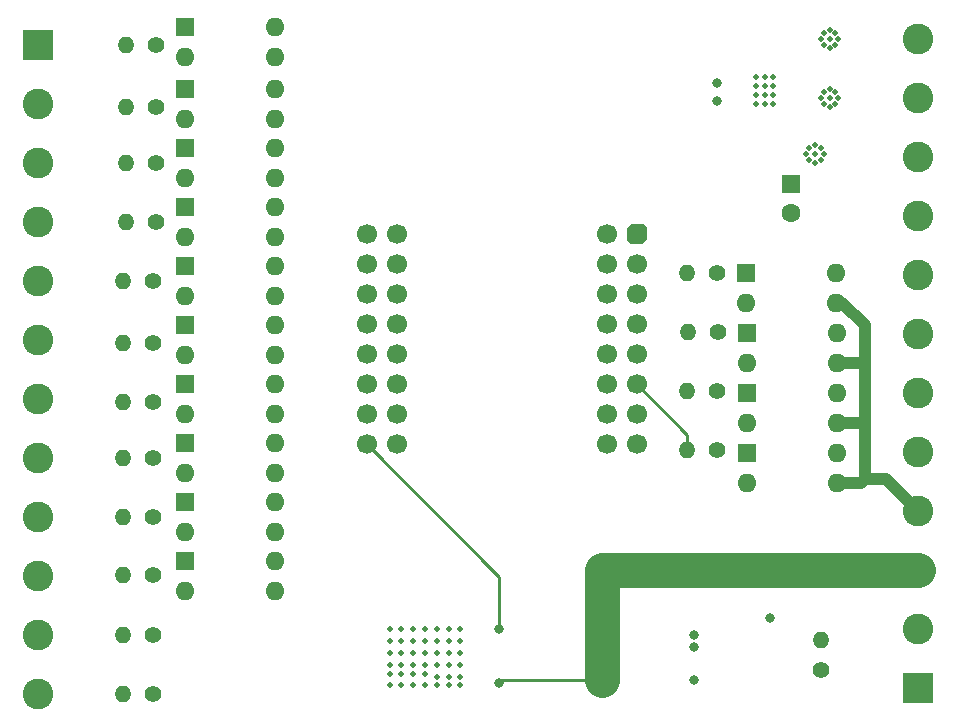
<source format=gbr>
%TF.GenerationSoftware,KiCad,Pcbnew,7.0.6*%
%TF.CreationDate,2023-09-04T23:14:40+02:00*%
%TF.ProjectId,ESP32RIO,45535033-3252-4494-9f2e-6b696361645f,rev?*%
%TF.SameCoordinates,Original*%
%TF.FileFunction,Copper,L3,Inr*%
%TF.FilePolarity,Positive*%
%FSLAX46Y46*%
G04 Gerber Fmt 4.6, Leading zero omitted, Abs format (unit mm)*
G04 Created by KiCad (PCBNEW 7.0.6) date 2023-09-04 23:14:40*
%MOMM*%
%LPD*%
G01*
G04 APERTURE LIST*
G04 Aperture macros list*
%AMFreePoly0*
4,1,19,-0.850000,0.255000,-0.829726,0.408997,-0.770285,0.552500,-0.675729,0.675729,-0.552500,0.770285,-0.408997,0.829726,-0.255000,0.850000,0.510000,0.850000,0.850000,0.510000,0.850000,-0.255000,0.829726,-0.408997,0.770285,-0.552500,0.675729,-0.675729,0.552500,-0.770285,0.408997,-0.829726,0.255000,-0.850000,-0.510000,-0.850000,-0.850000,-0.510000,-0.850000,0.255000,-0.850000,0.255000,
$1*%
G04 Aperture macros list end*
%TA.AperFunction,ComponentPad*%
%ADD10C,1.600000*%
%TD*%
%TA.AperFunction,ComponentPad*%
%ADD11R,1.600000X1.600000*%
%TD*%
%TA.AperFunction,ComponentPad*%
%ADD12O,1.600000X1.600000*%
%TD*%
%TA.AperFunction,ComponentPad*%
%ADD13C,1.400000*%
%TD*%
%TA.AperFunction,ComponentPad*%
%ADD14O,1.400000X1.400000*%
%TD*%
%TA.AperFunction,ComponentPad*%
%ADD15R,2.600000X2.600000*%
%TD*%
%TA.AperFunction,ComponentPad*%
%ADD16C,2.600000*%
%TD*%
%TA.AperFunction,ComponentPad*%
%ADD17FreePoly0,180.000000*%
%TD*%
%TA.AperFunction,ComponentPad*%
%ADD18C,1.700000*%
%TD*%
%TA.AperFunction,ViaPad*%
%ADD19C,0.500000*%
%TD*%
%TA.AperFunction,ViaPad*%
%ADD20C,0.800000*%
%TD*%
%TA.AperFunction,Conductor*%
%ADD21C,1.000000*%
%TD*%
%TA.AperFunction,Conductor*%
%ADD22C,0.250000*%
%TD*%
%TA.AperFunction,Conductor*%
%ADD23C,3.000000*%
%TD*%
G04 APERTURE END LIST*
D10*
%TO.N,GND*%
%TO.C,C4*%
X173250000Y-72000000D03*
D11*
%TO.N,Net-(J1-Pin_10)*%
X173250000Y-69500000D03*
%TD*%
%TO.N,Net-(R8-Pad1)*%
%TO.C,U8*%
X121950000Y-91475000D03*
D12*
%TO.N,GND*%
X121950000Y-94015000D03*
X129570000Y-94015000D03*
%TO.N,Net-(U11-GPIO33)*%
X129570000Y-91475000D03*
%TD*%
D11*
%TO.N,Net-(R4-Pad1)*%
%TO.C,U4*%
X121950000Y-71475000D03*
D12*
%TO.N,GND*%
X121950000Y-74015000D03*
X129570000Y-74015000D03*
%TO.N,Net-(U11-GPIO37)*%
X129570000Y-71475000D03*
%TD*%
D13*
%TO.N,Net-(R7-Pad1)*%
%TO.C,R7*%
X119220000Y-88000000D03*
D14*
%TO.N,Net-(J2-Pin_7)*%
X116680000Y-88000000D03*
%TD*%
D13*
%TO.N,Net-(R3-Pad1)*%
%TO.C,R3*%
X119470000Y-67750000D03*
D14*
%TO.N,Net-(J2-Pin_3)*%
X116930000Y-67750000D03*
%TD*%
D11*
%TO.N,Net-(R1-Pad1)*%
%TO.C,U1*%
X121950000Y-56225000D03*
D12*
%TO.N,GND*%
X121950000Y-58765000D03*
X129570000Y-58765000D03*
%TO.N,Net-(U11-GPIO40)*%
X129570000Y-56225000D03*
%TD*%
D13*
%TO.N,Net-(R11-Pad1)*%
%TO.C,R11*%
X167002032Y-77102460D03*
D14*
%TO.N,Net-(U11-GPIO8)*%
X164462032Y-77102460D03*
%TD*%
D11*
%TO.N,Net-(R10-Pad1)*%
%TO.C,U10*%
X121950000Y-101475000D03*
D12*
%TO.N,GND*%
X121950000Y-104015000D03*
X129570000Y-104015000D03*
%TO.N,Net-(U11-GPIO18)*%
X129570000Y-101475000D03*
%TD*%
D11*
%TO.N,Net-(R13-Pad1)*%
%TO.C,U14*%
X169482032Y-87234126D03*
D12*
%TO.N,GND*%
X169482032Y-89774126D03*
%TO.N,Net-(J1-Pin_4)*%
X177102032Y-89774126D03*
%TO.N,Net-(J1-Pin_6)*%
X177102032Y-87234126D03*
%TD*%
D11*
%TO.N,Net-(R14-Pad1)*%
%TO.C,U16*%
X169482032Y-92327459D03*
D12*
%TO.N,GND*%
X169482032Y-94867459D03*
%TO.N,Net-(J1-Pin_4)*%
X177102032Y-94867459D03*
%TO.N,Net-(J1-Pin_5)*%
X177102032Y-92327459D03*
%TD*%
D13*
%TO.N,Net-(R13-Pad1)*%
%TO.C,R13*%
X167002032Y-87102460D03*
D14*
%TO.N,Net-(U11-GPIO10)*%
X164462032Y-87102460D03*
%TD*%
D13*
%TO.N,Net-(J1-Pin_1)*%
%TO.C,R15*%
X175750000Y-110720000D03*
D14*
%TO.N,Net-(J1-Pin_2)*%
X175750000Y-108180000D03*
%TD*%
D13*
%TO.N,Net-(R6-Pad1)*%
%TO.C,R6*%
X119220000Y-83000000D03*
D14*
%TO.N,Net-(J2-Pin_6)*%
X116680000Y-83000000D03*
%TD*%
D11*
%TO.N,Net-(R9-Pad1)*%
%TO.C,U9*%
X121950000Y-96475000D03*
D12*
%TO.N,GND*%
X121950000Y-99015000D03*
X129570000Y-99015000D03*
%TO.N,Net-(U11-GPIO21)*%
X129570000Y-96475000D03*
%TD*%
D13*
%TO.N,Net-(R4-Pad1)*%
%TO.C,R4*%
X119470000Y-72750000D03*
D14*
%TO.N,Net-(J2-Pin_4)*%
X116930000Y-72750000D03*
%TD*%
D13*
%TO.N,Net-(R12-Pad1)*%
%TO.C,R12*%
X167032032Y-82102460D03*
D14*
%TO.N,Net-(U11-GPIO9)*%
X164492032Y-82102460D03*
%TD*%
D13*
%TO.N,Net-(R9-Pad1)*%
%TO.C,R9*%
X119220000Y-97750000D03*
D14*
%TO.N,Net-(J2-Pin_9)*%
X116680000Y-97750000D03*
%TD*%
D13*
%TO.N,Net-(R1-Pad1)*%
%TO.C,R1*%
X119470000Y-57750000D03*
D14*
%TO.N,Net-(J2-Pin_1)*%
X116930000Y-57750000D03*
%TD*%
D13*
%TO.N,Net-(R10-Pad1)*%
%TO.C,R10*%
X119220000Y-102669888D03*
D14*
%TO.N,Net-(J2-Pin_10)*%
X116680000Y-102669888D03*
%TD*%
D13*
%TO.N,Net-(R8-Pad1)*%
%TO.C,R8*%
X119220000Y-92750000D03*
D14*
%TO.N,Net-(J2-Pin_8)*%
X116680000Y-92750000D03*
%TD*%
D11*
%TO.N,Net-(R11-Pad1)*%
%TO.C,U12*%
X169462032Y-77047460D03*
D12*
%TO.N,GND*%
X169462032Y-79587460D03*
%TO.N,Net-(J1-Pin_4)*%
X177082032Y-79587460D03*
%TO.N,Net-(J1-Pin_8)*%
X177082032Y-77047460D03*
%TD*%
D15*
%TO.N,Net-(J1-Pin_1)*%
%TO.C,J1*%
X184000000Y-112250000D03*
D16*
%TO.N,Net-(J1-Pin_2)*%
X184000000Y-107250000D03*
%TO.N,+24V*%
X184000000Y-102250000D03*
%TO.N,Net-(J1-Pin_4)*%
X184000000Y-97250000D03*
%TO.N,Net-(J1-Pin_5)*%
X184000000Y-92250000D03*
%TO.N,Net-(J1-Pin_6)*%
X184000000Y-87250000D03*
%TO.N,Net-(J1-Pin_7)*%
X184000000Y-82250000D03*
%TO.N,Net-(J1-Pin_8)*%
X184000000Y-77250000D03*
%TO.N,GND*%
X184000000Y-72250000D03*
%TO.N,Net-(J1-Pin_10)*%
X184000000Y-67250000D03*
%TO.N,Net-(J1-Pin_11)*%
X184000000Y-62250000D03*
%TO.N,Net-(J1-Pin_12)*%
X184000000Y-57250000D03*
%TD*%
D13*
%TO.N,GND*%
%TO.C,R17*%
X119220000Y-107750000D03*
D14*
%TO.N,Net-(J2-Pin_11)*%
X116680000Y-107750000D03*
%TD*%
D13*
%TO.N,Net-(R2-Pad1)*%
%TO.C,R2*%
X119470000Y-63000000D03*
D14*
%TO.N,Net-(J2-Pin_2)*%
X116930000Y-63000000D03*
%TD*%
D13*
%TO.N,GND*%
%TO.C,R16*%
X119220000Y-112750000D03*
D14*
%TO.N,Net-(J2-Pin_12)*%
X116680000Y-112750000D03*
%TD*%
D11*
%TO.N,Net-(R3-Pad1)*%
%TO.C,U3*%
X121950000Y-66475000D03*
D12*
%TO.N,GND*%
X121950000Y-69015000D03*
X129570000Y-69015000D03*
%TO.N,Net-(U11-GPIO38)*%
X129570000Y-66475000D03*
%TD*%
D11*
%TO.N,Net-(R12-Pad1)*%
%TO.C,U13*%
X169482032Y-82140793D03*
D12*
%TO.N,GND*%
X169482032Y-84680793D03*
%TO.N,Net-(J1-Pin_4)*%
X177102032Y-84680793D03*
%TO.N,Net-(J1-Pin_7)*%
X177102032Y-82140793D03*
%TD*%
D11*
%TO.N,Net-(R7-Pad1)*%
%TO.C,U7*%
X121950000Y-86475000D03*
D12*
%TO.N,GND*%
X121950000Y-89015000D03*
X129570000Y-89015000D03*
%TO.N,Net-(U11-GPIO34)*%
X129570000Y-86475000D03*
%TD*%
D13*
%TO.N,Net-(R5-Pad1)*%
%TO.C,R5*%
X119220000Y-77750000D03*
D14*
%TO.N,Net-(J2-Pin_5)*%
X116680000Y-77750000D03*
%TD*%
D11*
%TO.N,Net-(R5-Pad1)*%
%TO.C,U5*%
X121950000Y-76475000D03*
D12*
%TO.N,GND*%
X121950000Y-79015000D03*
X129570000Y-79015000D03*
%TO.N,Net-(U11-GPIO36)*%
X129570000Y-76475000D03*
%TD*%
D11*
%TO.N,Net-(R6-Pad1)*%
%TO.C,U6*%
X121950000Y-81475000D03*
D12*
%TO.N,GND*%
X121950000Y-84015000D03*
X129570000Y-84015000D03*
%TO.N,Net-(U11-GPIO35)*%
X129570000Y-81475000D03*
%TD*%
D13*
%TO.N,Net-(R14-Pad1)*%
%TO.C,R14*%
X167002032Y-92102460D03*
D14*
%TO.N,Net-(U11-GPIO11)*%
X164462032Y-92102460D03*
%TD*%
D11*
%TO.N,Net-(R2-Pad1)*%
%TO.C,U2*%
X121950000Y-61475000D03*
D12*
%TO.N,GND*%
X121950000Y-64015000D03*
X129570000Y-64015000D03*
%TO.N,Net-(U11-GPIO39)*%
X129570000Y-61475000D03*
%TD*%
D15*
%TO.N,Net-(J2-Pin_1)*%
%TO.C,J2*%
X109500000Y-57750000D03*
D16*
%TO.N,Net-(J2-Pin_2)*%
X109500000Y-62750000D03*
%TO.N,Net-(J2-Pin_3)*%
X109500000Y-67750000D03*
%TO.N,Net-(J2-Pin_4)*%
X109500000Y-72750000D03*
%TO.N,Net-(J2-Pin_5)*%
X109500000Y-77750000D03*
%TO.N,Net-(J2-Pin_6)*%
X109500000Y-82750000D03*
%TO.N,Net-(J2-Pin_7)*%
X109500000Y-87750000D03*
%TO.N,Net-(J2-Pin_8)*%
X109500000Y-92750000D03*
%TO.N,Net-(J2-Pin_9)*%
X109500000Y-97750000D03*
%TO.N,Net-(J2-Pin_10)*%
X109500000Y-102750000D03*
%TO.N,Net-(J2-Pin_11)*%
X109500000Y-107750000D03*
%TO.N,Net-(J2-Pin_12)*%
X109500000Y-112750000D03*
%TD*%
D17*
%TO.N,unconnected-(U11-EN-Pad1)*%
%TO.C,U11*%
X160162500Y-73805000D03*
D18*
%TO.N,Net-(U11-GPIO3)*%
X160162500Y-76345000D03*
%TO.N,unconnected-(U11-GPIO5-Pad3)*%
X160162500Y-78885000D03*
%TO.N,unconnected-(U11-GPIO7-Pad4)*%
X160162500Y-81425000D03*
%TO.N,Net-(U11-GPIO9)*%
X160162500Y-83965000D03*
%TO.N,Net-(U11-GPIO11)*%
X160162500Y-86505000D03*
%TO.N,/RX-I*%
X160162500Y-89045000D03*
%TO.N,Net-(U11-3V3)*%
X160162500Y-91585000D03*
%TO.N,Net-(U11-VBUS)*%
X137302500Y-91585000D03*
%TO.N,GND*%
X137302500Y-89045000D03*
%TO.N,Net-(J2-Pin_11)*%
X137302500Y-86505000D03*
%TO.N,Net-(U11-GPIO18)*%
X137302500Y-83965000D03*
%TO.N,Net-(U11-GPIO33)*%
X137302500Y-81425000D03*
%TO.N,Net-(U11-GPIO35)*%
X137302500Y-78885000D03*
%TO.N,Net-(U11-GPIO37)*%
X137302500Y-76345000D03*
%TO.N,Net-(U11-GPIO39)*%
X137302500Y-73805000D03*
%TO.N,unconnected-(U11-GPIO1-Pad17)*%
X157622500Y-73805000D03*
%TO.N,Net-(U11-GPIO2)*%
X157622500Y-76345000D03*
%TO.N,unconnected-(U11-GPIO4-Pad19)*%
X157622500Y-78885000D03*
%TO.N,unconnected-(U11-GPIO6-Pad20)*%
X157622500Y-81425000D03*
%TO.N,Net-(U11-GPIO8)*%
X157622500Y-83965000D03*
%TO.N,Net-(U11-GPIO10)*%
X157622500Y-86505000D03*
%TO.N,/RTS*%
X157622500Y-89045000D03*
%TO.N,/TX-O*%
X157622500Y-91585000D03*
%TO.N,unconnected-(U11-GPIO15-Pad25)*%
X139842500Y-91585000D03*
%TO.N,GND*%
X139842500Y-89045000D03*
%TO.N,Net-(J2-Pin_12)*%
X139842500Y-86505000D03*
%TO.N,Net-(U11-GPIO21)*%
X139842500Y-83965000D03*
%TO.N,Net-(U11-GPIO34)*%
X139842500Y-81425000D03*
%TO.N,Net-(U11-GPIO36)*%
X139842500Y-78885000D03*
%TO.N,Net-(U11-GPIO38)*%
X139842500Y-76345000D03*
%TO.N,Net-(U11-GPIO40)*%
X139842500Y-73805000D03*
%TD*%
D19*
%TO.N,GND*%
X141250000Y-112000000D03*
X140250000Y-112000000D03*
X144250000Y-110250000D03*
X170250000Y-60500000D03*
X145250000Y-109250000D03*
X171000000Y-62750000D03*
X144250000Y-109250000D03*
X142250000Y-107250000D03*
X143250000Y-112000000D03*
X139250000Y-110250000D03*
X139250000Y-112000000D03*
X141250000Y-110250000D03*
X139250000Y-107250000D03*
X140250000Y-110250000D03*
X144250000Y-108250000D03*
X171000000Y-60500000D03*
X171750000Y-60500000D03*
X145250000Y-108250000D03*
X171750000Y-62750000D03*
X140250000Y-108250000D03*
X139250000Y-108250000D03*
X140250000Y-107250000D03*
X142250000Y-108250000D03*
X139250000Y-111000000D03*
X170250000Y-62000000D03*
X141250000Y-111000000D03*
X141250000Y-108250000D03*
X171750000Y-61250000D03*
X170250000Y-61250000D03*
X144250000Y-112000000D03*
X144250000Y-107250000D03*
X143250000Y-108250000D03*
X142250000Y-111000000D03*
X142250000Y-110250000D03*
X145250000Y-107250000D03*
X145250000Y-111250000D03*
X170250000Y-62750000D03*
X171000000Y-61250000D03*
X143250000Y-110250000D03*
X145250000Y-112000000D03*
X140250000Y-109250000D03*
X141250000Y-107250000D03*
X143250000Y-109250000D03*
X143250000Y-111250000D03*
X140250000Y-111000000D03*
X171750000Y-62000000D03*
X144250000Y-111250000D03*
X145250000Y-110250000D03*
X171000000Y-62000000D03*
X143250000Y-107250000D03*
X141250000Y-109250000D03*
X139250000Y-109250000D03*
X142250000Y-112000000D03*
X142250000Y-109250000D03*
D20*
%TO.N,/TX-O*%
X165000000Y-107750000D03*
%TO.N,/RTS*%
X165000000Y-108750000D03*
%TO.N,/RX-I*%
X165000000Y-111500000D03*
D19*
%TO.N,Net-(J1-Pin_11)*%
X176500000Y-62250000D03*
X177250000Y-62250000D03*
X176000000Y-62750000D03*
X176500000Y-61500000D03*
X177000000Y-61750000D03*
X175750000Y-62250000D03*
X176000000Y-61750000D03*
X176500000Y-63000000D03*
X177000000Y-62750000D03*
%TO.N,Net-(J1-Pin_12)*%
X177250000Y-57250000D03*
X176000000Y-57750000D03*
X176000000Y-56750000D03*
X176500000Y-58000000D03*
X177000000Y-57750000D03*
X176500000Y-56500000D03*
X175750000Y-57250000D03*
X177000000Y-56750000D03*
X176500000Y-57250000D03*
D20*
%TO.N,+24V*%
X148500000Y-111750000D03*
D19*
%TO.N,Net-(J1-Pin_10)*%
X174500000Y-67000000D03*
X174750000Y-67500000D03*
X176000000Y-67000000D03*
X175750000Y-66500000D03*
X175750000Y-67500000D03*
X174750000Y-66500000D03*
X175250000Y-67000000D03*
X175250000Y-67750000D03*
X175250000Y-66250000D03*
D20*
%TO.N,Net-(U11-3V3)*%
X171500000Y-106250000D03*
%TO.N,Net-(U11-VBUS)*%
X148500000Y-107250000D03*
%TO.N,Net-(U11-GPIO3)*%
X167000000Y-62500000D03*
%TO.N,Net-(U11-GPIO2)*%
X167000000Y-61000000D03*
%TD*%
D21*
%TO.N,Net-(J1-Pin_4)*%
X179430793Y-84680793D02*
X179500000Y-84750000D01*
X179500000Y-84750000D02*
X179500000Y-81500000D01*
X179500000Y-81500000D02*
X177587460Y-79587460D01*
X177102032Y-84680793D02*
X179430793Y-84680793D01*
X184000000Y-97250000D02*
X181250000Y-94500000D01*
X177102032Y-89774126D02*
X179475874Y-89774126D01*
X177102032Y-94867459D02*
X179132541Y-94867459D01*
X179500000Y-94500000D02*
X179500000Y-89750000D01*
X179500000Y-89750000D02*
X179500000Y-84750000D01*
X179132541Y-94867459D02*
X179500000Y-94500000D01*
X179475874Y-89774126D02*
X179500000Y-89750000D01*
X181250000Y-94500000D02*
X179500000Y-94500000D01*
X177587460Y-79587460D02*
X177082032Y-79587460D01*
D22*
%TO.N,+24V*%
X148750000Y-111500000D02*
X148500000Y-111750000D01*
X157250000Y-111500000D02*
X148750000Y-111500000D01*
D23*
X184000000Y-102250000D02*
X157250000Y-102250000D01*
X157250000Y-102250000D02*
X157250000Y-111500000D01*
D22*
%TO.N,Net-(U11-VBUS)*%
X148500000Y-107250000D02*
X148500000Y-102782500D01*
X148500000Y-102782500D02*
X137302500Y-91585000D01*
%TO.N,Net-(U11-GPIO11)*%
X164462032Y-90804532D02*
X160162500Y-86505000D01*
X164462032Y-92102460D02*
X164462032Y-90804532D01*
%TD*%
M02*

</source>
